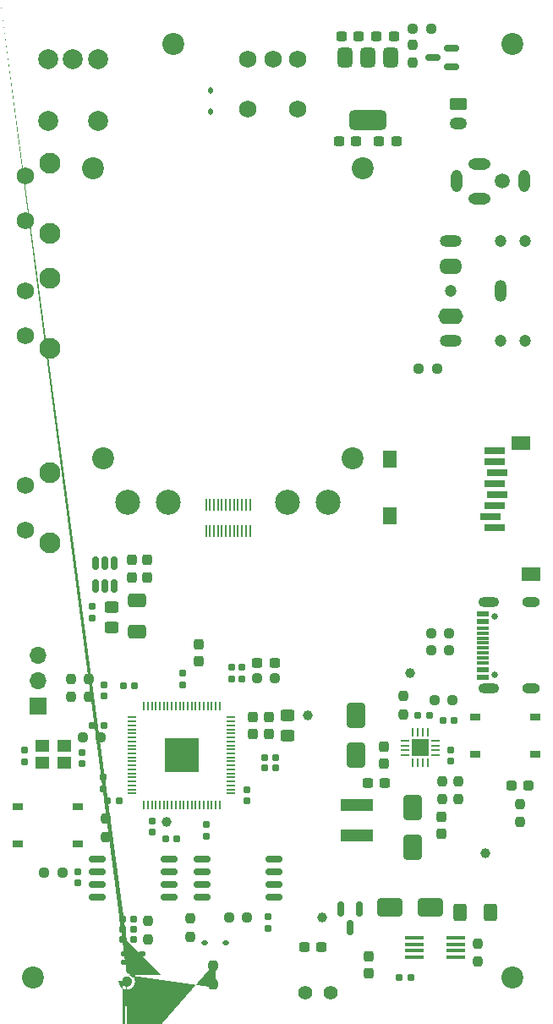
<source format=gbs>
%TF.GenerationSoftware,KiCad,Pcbnew,9.0.0*%
%TF.CreationDate,2025-09-17T13:37:24-06:00*%
%TF.ProjectId,OSS Radio Hardware Design,4f535320-5261-4646-996f-204861726477,rev?*%
%TF.SameCoordinates,Original*%
%TF.FileFunction,Soldermask,Bot*%
%TF.FilePolarity,Negative*%
%FSLAX46Y46*%
G04 Gerber Fmt 4.6, Leading zero omitted, Abs format (unit mm)*
G04 Created by KiCad (PCBNEW 9.0.0) date 2025-09-17 13:37:24*
%MOMM*%
%LPD*%
G01*
G04 APERTURE LIST*
G04 Aperture macros list*
%AMRoundRect*
0 Rectangle with rounded corners*
0 $1 Rounding radius*
0 $2 $3 $4 $5 $6 $7 $8 $9 X,Y pos of 4 corners*
0 Add a 4 corners polygon primitive as box body*
4,1,4,$2,$3,$4,$5,$6,$7,$8,$9,$2,$3,0*
0 Add four circle primitives for the rounded corners*
1,1,$1+$1,$2,$3*
1,1,$1+$1,$4,$5*
1,1,$1+$1,$6,$7*
1,1,$1+$1,$8,$9*
0 Add four rect primitives between the rounded corners*
20,1,$1+$1,$2,$3,$4,$5,0*
20,1,$1+$1,$4,$5,$6,$7,0*
20,1,$1+$1,$6,$7,$8,$9,0*
20,1,$1+$1,$8,$9,$2,$3,0*%
%AMFreePoly0*
4,1,64,0.031746,0.146090,0.079590,0.146090,0.235711,0.115036,0.382774,0.054120,0.515127,-0.034316,0.627684,-0.146873,0.716120,-0.279226,0.777036,-0.426289,0.808090,-0.582410,0.808090,-0.741590,0.777036,-0.897711,0.716120,-1.044774,0.627684,-1.177127,0.515127,-1.289684,0.382774,-1.378120,0.235711,-1.439036,0.079590,-1.470090,-0.079590,-1.470090,-0.235711,-1.439036,-0.382774,-1.378120,
-0.515127,-1.289684,-0.627684,-1.177127,-0.716120,-1.044774,-0.777036,-0.897711,-0.808090,-0.741590,-0.808090,-0.594594,-0.512000,-0.594594,-0.512000,-0.729406,-0.477108,-0.859625,-0.409702,-0.976375,-0.314375,-1.071702,-0.197625,-1.139108,-0.067406,-1.174000,0.067406,-1.174000,0.197625,-1.139108,0.314375,-1.071702,0.409702,-0.976375,0.477108,-0.859625,0.512000,-0.729406,0.512000,-0.594594,
0.477108,-0.464375,0.409702,-0.347625,0.314375,-0.252298,0.197625,-0.184892,0.067406,-0.150000,-0.067406,-0.150000,-0.197625,-0.184892,-0.314375,-0.252298,-0.409702,-0.347625,-0.477108,-0.464375,-0.512000,-0.594594,-0.808090,-0.594594,-0.808090,-0.582410,-0.777036,-0.426289,-0.716120,-0.279226,-0.627684,-0.146873,-0.515127,-0.034316,-0.382774,0.054120,-0.235711,0.115036,-0.079590,0.146090,
-0.031746,0.146090,-0.029264,0.147118,0.029264,0.147118,0.031746,0.146090,0.031746,0.146090,$1*%
G04 Aperture macros list end*
%ADD10C,2.200000*%
%ADD11RoundRect,0.237500X0.237500X-0.250000X0.237500X0.250000X-0.237500X0.250000X-0.237500X-0.250000X0*%
%ADD12RoundRect,0.155000X-0.155000X0.212500X-0.155000X-0.212500X0.155000X-0.212500X0.155000X0.212500X0*%
%ADD13R,1.000000X0.750000*%
%ADD14RoundRect,0.237500X0.250000X0.237500X-0.250000X0.237500X-0.250000X-0.237500X0.250000X-0.237500X0*%
%ADD15C,1.200000*%
%ADD16O,2.200000X1.200000*%
%ADD17O,2.300000X1.600000*%
%ADD18O,1.200000X2.200000*%
%ADD19O,2.500000X1.600000*%
%ADD20RoundRect,0.250000X-1.000000X-0.650000X1.000000X-0.650000X1.000000X0.650000X-1.000000X0.650000X0*%
%ADD21RoundRect,0.237500X-0.300000X-0.237500X0.300000X-0.237500X0.300000X0.237500X-0.300000X0.237500X0*%
%ADD22RoundRect,0.237500X-0.237500X0.250000X-0.237500X-0.250000X0.237500X-0.250000X0.237500X0.250000X0*%
%ADD23RoundRect,0.155000X0.155000X-0.212500X0.155000X0.212500X-0.155000X0.212500X-0.155000X-0.212500X0*%
%ADD24RoundRect,0.155000X-0.212500X-0.155000X0.212500X-0.155000X0.212500X0.155000X-0.212500X0.155000X0*%
%ADD25RoundRect,0.162500X-0.650000X-0.162500X0.650000X-0.162500X0.650000X0.162500X-0.650000X0.162500X0*%
%ADD26RoundRect,0.150000X-0.150000X0.512500X-0.150000X-0.512500X0.150000X-0.512500X0.150000X0.512500X0*%
%ADD27RoundRect,0.250000X0.650000X-1.000000X0.650000X1.000000X-0.650000X1.000000X-0.650000X-1.000000X0*%
%ADD28C,2.100000*%
%ADD29C,1.750000*%
%ADD30C,2.500000*%
%ADD31C,1.000000*%
%ADD32R,3.300000X1.200000*%
%ADD33C,2.000000*%
%ADD34R,1.400000X1.200000*%
%ADD35RoundRect,0.155000X0.212500X0.155000X-0.212500X0.155000X-0.212500X-0.155000X0.212500X-0.155000X0*%
%ADD36RoundRect,0.237500X0.237500X-0.300000X0.237500X0.300000X-0.237500X0.300000X-0.237500X-0.300000X0*%
%ADD37R,1.700000X1.700000*%
%ADD38O,1.700000X1.700000*%
%ADD39RoundRect,0.237500X-0.237500X0.300000X-0.237500X-0.300000X0.237500X-0.300000X0.237500X0.300000X0*%
%ADD40C,0.650000*%
%ADD41R,1.240000X0.600000*%
%ADD42R,1.240000X0.300000*%
%ADD43O,1.800000X1.000000*%
%ADD44O,2.100000X1.000000*%
%ADD45RoundRect,0.237500X-0.250000X-0.237500X0.250000X-0.237500X0.250000X0.237500X-0.250000X0.237500X0*%
%ADD46R,1.828800X0.457200*%
%ADD47RoundRect,0.150000X0.587500X0.150000X-0.587500X0.150000X-0.587500X-0.150000X0.587500X-0.150000X0*%
%ADD48RoundRect,0.250000X0.450000X-0.325000X0.450000X0.325000X-0.450000X0.325000X-0.450000X-0.325000X0*%
%ADD49RoundRect,0.250000X-0.625000X0.350000X-0.625000X-0.350000X0.625000X-0.350000X0.625000X0.350000X0*%
%ADD50O,1.750000X1.200000*%
%ADD51RoundRect,0.237500X0.300000X0.237500X-0.300000X0.237500X-0.300000X-0.237500X0.300000X-0.237500X0*%
%ADD52RoundRect,0.250000X0.650000X-0.412500X0.650000X0.412500X-0.650000X0.412500X-0.650000X-0.412500X0*%
%ADD53R,0.203200X1.143000*%
%ADD54RoundRect,0.112500X0.187500X0.112500X-0.187500X0.112500X-0.187500X-0.112500X0.187500X-0.112500X0*%
%ADD55C,1.500000*%
%ADD56O,1.108000X2.216000*%
%ADD57O,2.216000X1.108000*%
%ADD58R,2.000000X0.800000*%
%ADD59R,1.400000X1.800000*%
%ADD60R,1.900000X1.400000*%
%ADD61RoundRect,0.150000X-0.150000X0.587500X-0.150000X-0.587500X0.150000X-0.587500X0.150000X0.587500X0*%
%ADD62RoundRect,0.375000X-0.375000X0.625000X-0.375000X-0.625000X0.375000X-0.625000X0.375000X0.625000X0*%
%ADD63RoundRect,0.500000X-1.400000X0.500000X-1.400000X-0.500000X1.400000X-0.500000X1.400000X0.500000X0*%
%ADD64RoundRect,0.237500X0.287500X0.237500X-0.287500X0.237500X-0.287500X-0.237500X0.287500X-0.237500X0*%
%ADD65RoundRect,0.112500X0.112500X-0.187500X0.112500X0.187500X-0.112500X0.187500X-0.112500X-0.187500X0*%
%ADD66RoundRect,0.250000X-0.450000X0.325000X-0.450000X-0.325000X0.450000X-0.325000X0.450000X0.325000X0*%
%ADD67R,0.914400X0.254000*%
%ADD68R,0.254000X0.914400*%
%ADD69R,1.752600X1.752600*%
%ADD70C,0.500000*%
%ADD71RoundRect,0.130500X0.169500X0.130500X-0.169500X0.130500X-0.169500X-0.130500X0.169500X-0.130500X0*%
%ADD72FreePoly0,90.000000*%
%ADD73RoundRect,0.250000X0.400000X0.625000X-0.400000X0.625000X-0.400000X-0.625000X0.400000X-0.625000X0*%
%ADD74C,1.400000*%
%ADD75RoundRect,0.050000X0.050000X-0.350000X0.050000X0.350000X-0.050000X0.350000X-0.050000X-0.350000X0*%
%ADD76RoundRect,0.050000X0.350000X-0.050000X0.350000X0.050000X-0.350000X0.050000X-0.350000X-0.050000X0*%
%ADD77R,3.400000X3.400000*%
G04 APERTURE END LIST*
D10*
%TO.C,H5*%
X69000000Y-62000000D03*
%TD*%
%TO.C,H4*%
X63000000Y-143000000D03*
%TD*%
%TO.C,H8*%
X70000000Y-91000000D03*
%TD*%
%TO.C,H6*%
X96000000Y-62000000D03*
%TD*%
%TO.C,H1*%
X111000000Y-49500000D03*
%TD*%
%TO.C,H7*%
X95000000Y-91000000D03*
%TD*%
%TO.C,H2*%
X111000000Y-143000000D03*
%TD*%
%TO.C,H3*%
X77000000Y-49500000D03*
%TD*%
D11*
%TO.C,R3*%
X81000000Y-143662500D03*
X81000000Y-141837500D03*
%TD*%
D12*
%TO.C,C14*%
X82875000Y-111932500D03*
X82875000Y-113067500D03*
%TD*%
D13*
%TO.C,SW_RESET1*%
X61500000Y-129625000D03*
X67500000Y-129625000D03*
X61500000Y-125875000D03*
X67500000Y-125875000D03*
%TD*%
D14*
%TO.C,R1*%
X84412500Y-137000000D03*
X82587500Y-137000000D03*
%TD*%
D15*
%TO.C,J8*%
X112275000Y-69250000D03*
X109775000Y-69250000D03*
X104775000Y-74250000D03*
X112275000Y-79250000D03*
X109775000Y-79250000D03*
D16*
X104775000Y-69250000D03*
D17*
X104775000Y-71750000D03*
D18*
X109775000Y-74250000D03*
D16*
X104775000Y-79250000D03*
D19*
X104775000Y-76750000D03*
%TD*%
D13*
%TO.C,SW_BOOTSEL1*%
X107250000Y-120625000D03*
X113250000Y-120625000D03*
X107250000Y-116875000D03*
X113250000Y-116875000D03*
%TD*%
D20*
%TO.C,D55*%
X98752400Y-135980700D03*
X102752400Y-135980700D03*
%TD*%
D21*
%TO.C,C78*%
X93637500Y-59250000D03*
X95362500Y-59250000D03*
%TD*%
D22*
%TO.C,R38*%
X104000000Y-123312500D03*
X104000000Y-125137500D03*
%TD*%
D23*
%TO.C,C1*%
X86500000Y-138067500D03*
X86500000Y-136932500D03*
%TD*%
D24*
%TO.C,C47*%
X71932500Y-139136000D03*
X73067500Y-139136000D03*
%TD*%
D25*
%TO.C,U1*%
X79912500Y-134905000D03*
X79912500Y-133635000D03*
X79912500Y-132365000D03*
X79912500Y-131095000D03*
X87087500Y-131095000D03*
X87087500Y-132365000D03*
X87087500Y-133635000D03*
X87087500Y-134905000D03*
%TD*%
%TO.C,U5*%
X69412500Y-134905000D03*
X69412500Y-133635000D03*
X69412500Y-132365000D03*
X69412500Y-131095000D03*
X76587500Y-131095000D03*
X76587500Y-132365000D03*
X76587500Y-133635000D03*
X76587500Y-134905000D03*
%TD*%
D26*
%TO.C,U4*%
X69250000Y-101512500D03*
X70200000Y-101512500D03*
X71150000Y-101512500D03*
X71150000Y-103787500D03*
X70200000Y-103787500D03*
X69250000Y-103787500D03*
%TD*%
D11*
%TO.C,R50*%
X70250000Y-128912500D03*
X70250000Y-127087500D03*
%TD*%
D27*
%TO.C,D30*%
X95337500Y-120725000D03*
X95337500Y-116725000D03*
%TD*%
D28*
%TO.C,SW_SIDE1*%
X64702500Y-61475000D03*
X64702500Y-68485000D03*
D29*
X62212500Y-62725000D03*
X62212500Y-67225000D03*
%TD*%
D30*
%TO.C,TP2*%
X92499999Y-95399800D03*
%TD*%
D31*
%TO.C,TP12*%
X100750000Y-112500000D03*
%TD*%
D30*
%TO.C,TP4*%
X76499999Y-95399800D03*
%TD*%
D32*
%TO.C,L3*%
X95440000Y-125680000D03*
X95440000Y-128780000D03*
%TD*%
D33*
%TO.C,U11*%
X64500000Y-51000000D03*
X67000000Y-51000000D03*
X69500000Y-51000000D03*
X64500000Y-57250000D03*
X69500000Y-57250000D03*
%TD*%
D34*
%TO.C,Y1*%
X66100000Y-121500000D03*
X63900000Y-121500000D03*
X63900000Y-119800000D03*
X66100000Y-119800000D03*
%TD*%
D35*
%TO.C,C52*%
X102655000Y-116725000D03*
X101520000Y-116725000D03*
%TD*%
D36*
%TO.C,C4*%
X86570000Y-118612500D03*
X86570000Y-116887500D03*
%TD*%
D23*
%TO.C,C7*%
X70080000Y-114817500D03*
X70080000Y-113682500D03*
%TD*%
D30*
%TO.C,TP3*%
X72499999Y-95399800D03*
%TD*%
D23*
%TO.C,C11*%
X70010000Y-124067500D03*
X70010000Y-122932500D03*
%TD*%
D37*
%TO.C,J1*%
X63500000Y-115775000D03*
D38*
X63500000Y-113235000D03*
X63500000Y-110695000D03*
%TD*%
D39*
%TO.C,C97*%
X72895000Y-101175000D03*
X72895000Y-102900000D03*
%TD*%
D30*
%TO.C,TP1*%
X88499999Y-95399800D03*
%TD*%
D23*
%TO.C,C15*%
X62100000Y-121367500D03*
X62100000Y-120232500D03*
%TD*%
D40*
%TO.C,J2*%
X109170000Y-106860000D03*
X109170000Y-112640000D03*
D41*
X108050000Y-106550000D03*
X108050000Y-107350000D03*
D42*
X108050000Y-108500000D03*
X108050000Y-109500000D03*
X108050000Y-110000000D03*
X108050000Y-111000000D03*
D41*
X108050000Y-112150000D03*
X108050000Y-112950000D03*
X108050000Y-112950000D03*
X108050000Y-112150000D03*
D42*
X108050000Y-111500000D03*
X108050000Y-110500000D03*
X108050000Y-109000000D03*
X108050000Y-108000000D03*
D41*
X108050000Y-107350000D03*
X108050000Y-106550000D03*
D43*
X112850000Y-105430000D03*
D44*
X108650000Y-105430000D03*
D43*
X112850000Y-114070000D03*
D44*
X108650000Y-114070000D03*
%TD*%
D11*
%TO.C,R18*%
X68580000Y-114912500D03*
X68580000Y-113087500D03*
%TD*%
D31*
%TO.C,TP8*%
X76400000Y-127450000D03*
%TD*%
D45*
%TO.C,R54*%
X101587500Y-82000000D03*
X103412500Y-82000000D03*
%TD*%
D12*
%TO.C,C12*%
X78000000Y-112532500D03*
X78000000Y-113667500D03*
%TD*%
D24*
%TO.C,C37*%
X86182500Y-121000000D03*
X87317500Y-121000000D03*
%TD*%
%TO.C,C68*%
X70442500Y-125250000D03*
X71577500Y-125250000D03*
%TD*%
D46*
%TO.C,U9*%
X105347900Y-139005701D03*
X105347900Y-139655699D03*
X105347900Y-140305701D03*
X105347900Y-140955699D03*
X101156900Y-140955699D03*
X101156900Y-140305701D03*
X101156900Y-139655699D03*
X101156900Y-139005701D03*
%TD*%
D36*
%TO.C,C51*%
X98087500Y-121587500D03*
X98087500Y-119862500D03*
%TD*%
D31*
%TO.C,TP11*%
X90500000Y-116750000D03*
%TD*%
D24*
%TO.C,C43*%
X71932500Y-137136000D03*
X73067500Y-137136000D03*
%TD*%
D47*
%TO.C,Q7*%
X104887500Y-49925000D03*
X104887500Y-51825000D03*
X103012500Y-50875000D03*
%TD*%
D22*
%TO.C,R17*%
X66830000Y-113087500D03*
X66830000Y-114912500D03*
%TD*%
D21*
%TO.C,C58*%
X96475000Y-123475000D03*
X98200000Y-123475000D03*
%TD*%
D48*
%TO.C,L1*%
X88500000Y-118775000D03*
X88500000Y-116725000D03*
%TD*%
D11*
%TO.C,R28*%
X78750000Y-138912500D03*
X78750000Y-137087500D03*
%TD*%
D49*
%TO.C,J6*%
X105550000Y-55500000D03*
D50*
X105550000Y-57500000D03*
%TD*%
D51*
%TO.C,C54*%
X91862500Y-139900000D03*
X90137500Y-139900000D03*
%TD*%
D52*
%TO.C,C99*%
X73395000Y-108375000D03*
X73395000Y-105250000D03*
%TD*%
D45*
%TO.C,R4*%
X102837500Y-110250000D03*
X104662500Y-110250000D03*
%TD*%
D53*
%TO.C,J5*%
X84700001Y-98320000D03*
X84299999Y-98320000D03*
X83900000Y-98320000D03*
X83500001Y-98320000D03*
X83099999Y-98320000D03*
X82700000Y-98320000D03*
X82300000Y-98320000D03*
X81900001Y-98320000D03*
X81499999Y-98320000D03*
X81100000Y-98320000D03*
X80700001Y-98320000D03*
X80299999Y-98320000D03*
X84700001Y-95680000D03*
X84299999Y-95680000D03*
X83900000Y-95680000D03*
X83500001Y-95680000D03*
X83099999Y-95680000D03*
X82700000Y-95680000D03*
X82300000Y-95680000D03*
X81900001Y-95680000D03*
X81499999Y-95680000D03*
X81100000Y-95680000D03*
X80700001Y-95680000D03*
X80299999Y-95680000D03*
%TD*%
D23*
%TO.C,C67*%
X74925000Y-128442500D03*
X74925000Y-127307500D03*
%TD*%
D22*
%TO.C,R36*%
X100087500Y-114812500D03*
X100087500Y-116637500D03*
%TD*%
D12*
%TO.C,C19*%
X67900000Y-120432500D03*
X67900000Y-121567500D03*
%TD*%
D35*
%TO.C,C61*%
X105155000Y-117225000D03*
X104020000Y-117225000D03*
%TD*%
D54*
%TO.C,D59*%
X82300000Y-139500000D03*
X80200000Y-139500000D03*
%TD*%
D55*
%TO.C,J7*%
X109975000Y-63250000D03*
D56*
X112175000Y-63250000D03*
D57*
X107675000Y-65000000D03*
X107675000Y-61500000D03*
D56*
X105375000Y-63250000D03*
%TD*%
D58*
%TO.C,J4*%
X109225000Y-97940000D03*
X108825000Y-96840000D03*
X109225000Y-95740000D03*
X109425000Y-94640000D03*
X109225000Y-93540000D03*
X109425000Y-92440000D03*
X109225000Y-91340000D03*
X109225000Y-90240000D03*
D59*
X98675000Y-91050000D03*
X98675000Y-96750000D03*
D60*
X111825000Y-89450000D03*
X112825000Y-102600000D03*
%TD*%
D24*
%TO.C,C9*%
X72012500Y-113800000D03*
X73147500Y-113800000D03*
%TD*%
D35*
%TO.C,C55*%
X100819900Y-142980700D03*
X99684900Y-142980700D03*
%TD*%
D14*
%TO.C,R39*%
X105000000Y-115225000D03*
X103175000Y-115225000D03*
%TD*%
D11*
%TO.C,R37*%
X105605000Y-125137500D03*
X105605000Y-123312500D03*
%TD*%
D61*
%TO.C,Q2*%
X93802400Y-136105700D03*
X95702400Y-136105700D03*
X94752400Y-137980700D03*
%TD*%
D11*
%TO.C,R29*%
X107500000Y-141412500D03*
X107500000Y-139587500D03*
%TD*%
D35*
%TO.C,C17*%
X70067500Y-117750000D03*
X68932500Y-117750000D03*
%TD*%
D31*
%TO.C,TP30*%
X91900000Y-137000000D03*
%TD*%
D62*
%TO.C,U13*%
X94200000Y-50850000D03*
X96500000Y-50850000D03*
D63*
X96500000Y-57150000D03*
D62*
X98800000Y-50850000D03*
%TD*%
D22*
%TO.C,R10*%
X101000000Y-49587500D03*
X101000000Y-51412500D03*
%TD*%
D36*
%TO.C,C16*%
X79600000Y-111362500D03*
X79600000Y-109637500D03*
%TD*%
D64*
%TO.C,D26*%
X112625000Y-123750000D03*
X110875000Y-123750000D03*
%TD*%
D23*
%TO.C,C8*%
X80300000Y-128817500D03*
X80300000Y-127682500D03*
%TD*%
D65*
%TO.C,D29*%
X80750000Y-56300000D03*
X80750000Y-54200000D03*
%TD*%
D39*
%TO.C,C96*%
X74395000Y-101175000D03*
X74395000Y-102900000D03*
%TD*%
D11*
%TO.C,R23*%
X74500000Y-139144500D03*
X74500000Y-137319500D03*
%TD*%
D23*
%TO.C,C59*%
X104837500Y-121317500D03*
X104837500Y-120182500D03*
%TD*%
D45*
%TO.C,R2*%
X85382500Y-113000000D03*
X87207500Y-113000000D03*
%TD*%
D22*
%TO.C,R49*%
X111750000Y-125587500D03*
X111750000Y-127412500D03*
%TD*%
D51*
%TO.C,C69*%
X99362500Y-59250000D03*
X97637500Y-59250000D03*
%TD*%
D66*
%TO.C,L4*%
X70895000Y-105900000D03*
X70895000Y-107950000D03*
%TD*%
D51*
%TO.C,C2*%
X87157500Y-111500000D03*
X85432500Y-111500000D03*
%TD*%
D23*
%TO.C,C66*%
X84400000Y-125317500D03*
X84400000Y-124182500D03*
%TD*%
D12*
%TO.C,C41*%
X67500000Y-132365000D03*
X67500000Y-133500000D03*
%TD*%
D36*
%TO.C,C3*%
X85000000Y-118612500D03*
X85000000Y-116887500D03*
%TD*%
D28*
%TO.C,SW_PTT1*%
X64702500Y-72975000D03*
X64702500Y-79985000D03*
D29*
X62212500Y-74225000D03*
X62212500Y-78725000D03*
%TD*%
D67*
%TO.C,U10*%
X100226189Y-120749189D03*
X100226189Y-120249063D03*
X100226189Y-119748937D03*
X100226189Y-119248811D03*
D68*
X101000000Y-118475000D03*
X101500126Y-118475000D03*
X102000252Y-118475000D03*
X102500378Y-118475000D03*
D67*
X103274189Y-119248811D03*
X103274189Y-119748937D03*
X103274189Y-120249063D03*
X103274189Y-120749189D03*
D68*
X102500378Y-121523000D03*
X102000252Y-121523000D03*
X101500126Y-121523000D03*
X101000000Y-121523000D03*
D69*
X101750189Y-119999000D03*
%TD*%
D70*
%TO.C,U8*%
X73000000Y-142710000D03*
D71*
X73900000Y-140636000D03*
X73900000Y-141458000D03*
D72*
X72338000Y-142710000D03*
D71*
X72100000Y-141458000D03*
X72100000Y-140636000D03*
X73000000Y-140636000D03*
%TD*%
D14*
%TO.C,R11*%
X102837500Y-47975000D03*
X101012500Y-47975000D03*
%TD*%
D28*
%TO.C,SW_SIDE2*%
X64702500Y-92475000D03*
X64702500Y-99485000D03*
D29*
X62212500Y-93725000D03*
X62212500Y-98225000D03*
%TD*%
D35*
%TO.C,C18*%
X77367500Y-129100000D03*
X76232500Y-129100000D03*
%TD*%
D21*
%TO.C,C63*%
X97387500Y-48750000D03*
X99112500Y-48750000D03*
%TD*%
D73*
%TO.C,R25*%
X108802400Y-136480700D03*
X105702400Y-136480700D03*
%TD*%
D39*
%TO.C,C60*%
X103837500Y-126862500D03*
X103837500Y-128587500D03*
%TD*%
D12*
%TO.C,C98*%
X68895000Y-105857500D03*
X68895000Y-106992500D03*
%TD*%
D35*
%TO.C,C10*%
X87317500Y-122000000D03*
X86182500Y-122000000D03*
%TD*%
D24*
%TO.C,C49*%
X71932500Y-138136000D03*
X73067500Y-138136000D03*
%TD*%
D74*
%TO.C,J9*%
X90250000Y-144500000D03*
X92790000Y-144500000D03*
%TD*%
D75*
%TO.C,U7*%
X81680000Y-125700000D03*
X81280000Y-125700000D03*
X80880000Y-125700000D03*
X80480000Y-125700000D03*
X80080000Y-125700000D03*
X79680000Y-125700000D03*
X79280000Y-125700000D03*
X78880000Y-125700000D03*
X78480000Y-125700000D03*
X78080000Y-125700000D03*
X77680000Y-125700000D03*
X77280000Y-125700000D03*
X76880000Y-125700000D03*
X76480000Y-125700000D03*
X76080000Y-125700000D03*
X75680000Y-125700000D03*
X75280000Y-125700000D03*
X74880000Y-125700000D03*
X74480000Y-125700000D03*
X74080000Y-125700000D03*
D76*
X72930000Y-124550000D03*
X72930000Y-124150000D03*
X72930000Y-123750000D03*
X72930000Y-123350000D03*
X72930000Y-122950000D03*
X72930000Y-122550000D03*
X72930000Y-122150000D03*
X72930000Y-121750000D03*
X72930000Y-121350000D03*
X72930000Y-120950000D03*
X72930000Y-120550000D03*
X72930000Y-120150000D03*
X72930000Y-119750000D03*
X72930000Y-119350000D03*
X72930000Y-118950000D03*
X72930000Y-118550000D03*
X72930000Y-118150000D03*
X72930000Y-117750000D03*
X72930000Y-117350000D03*
X72930000Y-116950000D03*
D75*
X74080000Y-115800000D03*
X74480000Y-115800000D03*
X74880000Y-115800000D03*
X75280000Y-115800000D03*
X75680000Y-115800000D03*
X76080000Y-115800000D03*
X76480000Y-115800000D03*
X76880000Y-115800000D03*
X77280000Y-115800000D03*
X77680000Y-115800000D03*
X78080000Y-115800000D03*
X78480000Y-115800000D03*
X78880000Y-115800000D03*
X79280000Y-115800000D03*
X79680000Y-115800000D03*
X80080000Y-115800000D03*
X80480000Y-115800000D03*
X80880000Y-115800000D03*
X81280000Y-115800000D03*
X81680000Y-115800000D03*
D76*
X82830000Y-116950000D03*
X82830000Y-117350000D03*
X82830000Y-117750000D03*
X82830000Y-118150000D03*
X82830000Y-118550000D03*
X82830000Y-118950000D03*
X82830000Y-119350000D03*
X82830000Y-119750000D03*
X82830000Y-120150000D03*
X82830000Y-120550000D03*
X82830000Y-120950000D03*
X82830000Y-121350000D03*
X82830000Y-121750000D03*
X82830000Y-122150000D03*
X82830000Y-122550000D03*
X82830000Y-122950000D03*
X82830000Y-123350000D03*
X82830000Y-123750000D03*
X82830000Y-124150000D03*
X82830000Y-124550000D03*
D77*
X77880000Y-120750000D03*
%TD*%
D14*
%TO.C,R7*%
X65912500Y-132500000D03*
X64087500Y-132500000D03*
%TD*%
D39*
%TO.C,C53*%
X96600000Y-140837500D03*
X96600000Y-142562500D03*
%TD*%
D21*
%TO.C,C64*%
X93887500Y-48750000D03*
X95612500Y-48750000D03*
%TD*%
D29*
%TO.C,SW1*%
X84500000Y-51000000D03*
X89500000Y-51000000D03*
X87000000Y-51000000D03*
X84500000Y-56000000D03*
X89500000Y-56000000D03*
%TD*%
D27*
%TO.C,D54*%
X101000000Y-129975000D03*
X101000000Y-125975000D03*
%TD*%
D14*
%TO.C,R6*%
X69762500Y-118975000D03*
X67937500Y-118975000D03*
%TD*%
D12*
%TO.C,C13*%
X83875000Y-111932500D03*
X83875000Y-113067500D03*
%TD*%
D31*
%TO.C,TP5*%
X108250000Y-130500000D03*
%TD*%
D45*
%TO.C,R5*%
X102837500Y-108500000D03*
X104662500Y-108500000D03*
%TD*%
M02*

</source>
